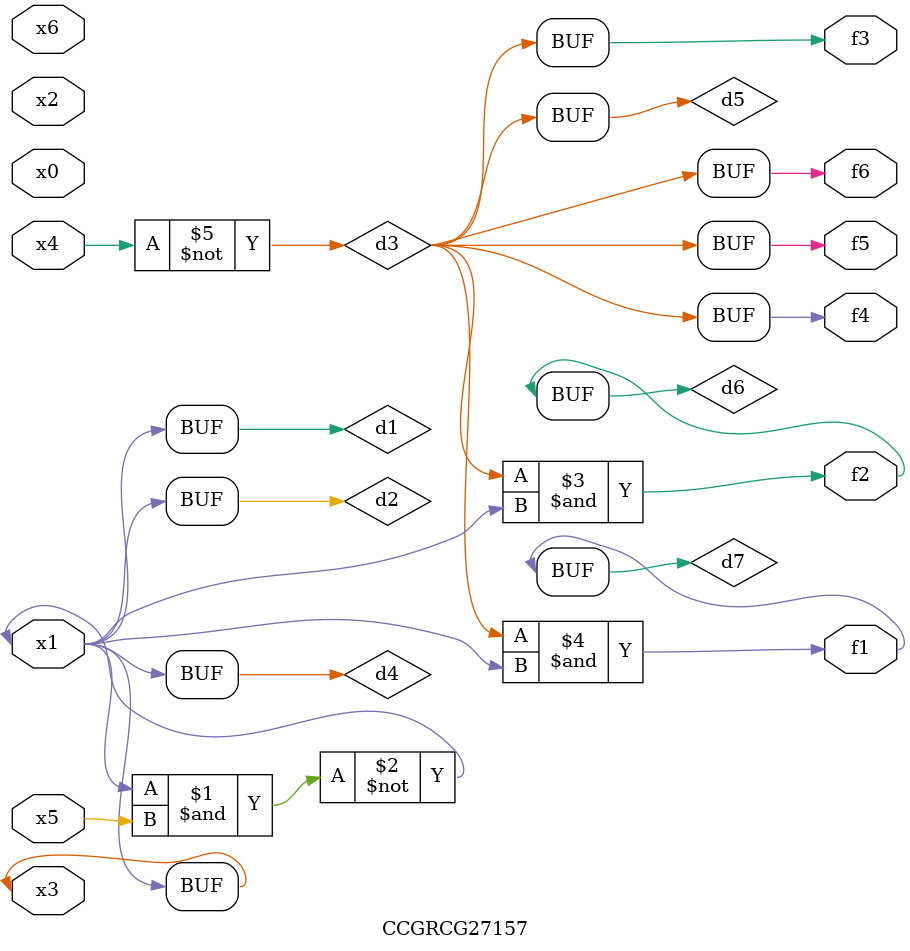
<source format=v>
module CCGRCG27157(
	input x0, x1, x2, x3, x4, x5, x6,
	output f1, f2, f3, f4, f5, f6
);

	wire d1, d2, d3, d4, d5, d6, d7;

	buf (d1, x1, x3);
	nand (d2, x1, x5);
	not (d3, x4);
	buf (d4, d1, d2);
	buf (d5, d3);
	and (d6, d3, d4);
	and (d7, d3, d4);
	assign f1 = d7;
	assign f2 = d6;
	assign f3 = d5;
	assign f4 = d5;
	assign f5 = d5;
	assign f6 = d5;
endmodule

</source>
